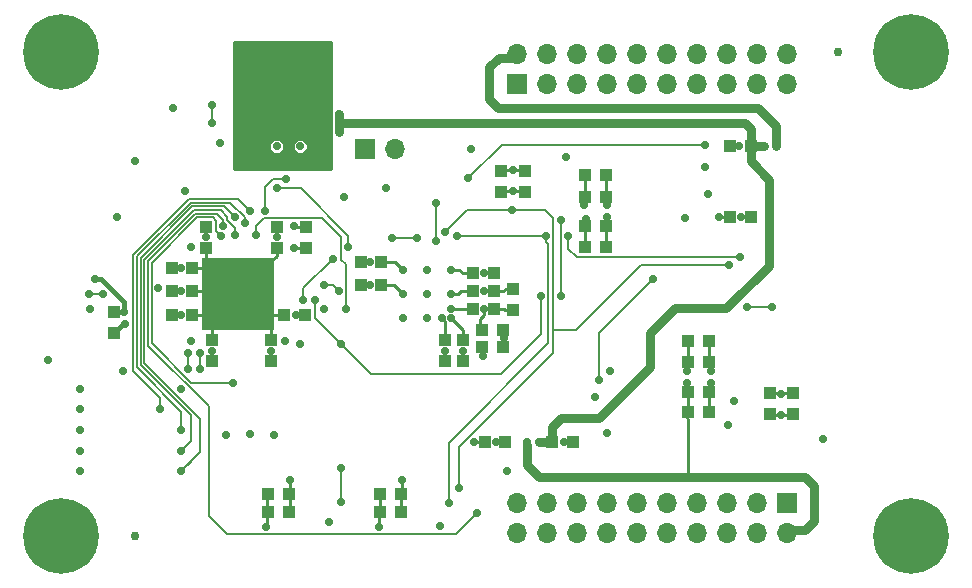
<source format=gbl>
G04 #@! TF.GenerationSoftware,KiCad,Pcbnew,5.0.0-rc3-6a2723a~65~ubuntu18.04.1*
G04 #@! TF.CreationDate,2018-07-21T07:19:33+00:00*
G04 #@! TF.ProjectId,glasgow,676C6173676F772E6B696361645F7063,rev?*
G04 #@! TF.SameCoordinates,Original*
G04 #@! TF.FileFunction,Copper,L4,Bot,Signal*
G04 #@! TF.FilePolarity,Positive*
%FSLAX46Y46*%
G04 Gerber Fmt 4.6, Leading zero omitted, Abs format (unit mm)*
G04 Created by KiCad (PCBNEW 5.0.0-rc3-6a2723a~65~ubuntu18.04.1) date Sat Jul 21 07:19:33 2018*
%MOMM*%
%LPD*%
G01*
G04 APERTURE LIST*
G04 #@! TA.AperFunction,ViaPad*
%ADD10C,0.600000*%
G04 #@! TD*
G04 #@! TA.AperFunction,Conductor*
%ADD11R,6.100000X6.100000*%
G04 #@! TD*
G04 #@! TA.AperFunction,SMDPad,CuDef*
%ADD12R,1.000000X0.995000*%
G04 #@! TD*
G04 #@! TA.AperFunction,BGAPad,CuDef*
%ADD13C,0.750000*%
G04 #@! TD*
G04 #@! TA.AperFunction,ComponentPad*
%ADD14C,0.600000*%
G04 #@! TD*
G04 #@! TA.AperFunction,Conductor*
%ADD15R,2.800000X2.540000*%
G04 #@! TD*
G04 #@! TA.AperFunction,SMDPad,CuDef*
%ADD16R,0.995000X1.000000*%
G04 #@! TD*
G04 #@! TA.AperFunction,ComponentPad*
%ADD17R,1.700000X1.700000*%
G04 #@! TD*
G04 #@! TA.AperFunction,ComponentPad*
%ADD18O,1.700000X1.700000*%
G04 #@! TD*
G04 #@! TA.AperFunction,ComponentPad*
%ADD19C,6.400000*%
G04 #@! TD*
G04 #@! TA.AperFunction,ViaPad*
%ADD20C,0.700000*%
G04 #@! TD*
G04 #@! TA.AperFunction,Conductor*
%ADD21C,0.160000*%
G04 #@! TD*
G04 #@! TA.AperFunction,Conductor*
%ADD22C,0.250000*%
G04 #@! TD*
G04 #@! TA.AperFunction,Conductor*
%ADD23C,0.450000*%
G04 #@! TD*
G04 #@! TA.AperFunction,Conductor*
%ADD24C,0.750000*%
G04 #@! TD*
G04 #@! TA.AperFunction,Conductor*
%ADD25C,0.254000*%
G04 #@! TD*
G04 APERTURE END LIST*
D10*
G04 #@! TO.N,GND*
G04 #@! TO.C,U1*
X69000000Y-95500000D03*
X70270000Y-95500000D03*
X71540000Y-95500000D03*
X67730000Y-95500000D03*
X66460000Y-95500000D03*
X66460000Y-94230000D03*
X67730000Y-94230000D03*
X69000000Y-94230000D03*
X70270000Y-94230000D03*
X71540000Y-94230000D03*
X71540000Y-92960000D03*
X70270000Y-92960000D03*
X69000000Y-92960000D03*
X67730000Y-92960000D03*
X66460000Y-92960000D03*
X66460000Y-96770000D03*
X67730000Y-96770000D03*
X69000000Y-96770000D03*
X70270000Y-96770000D03*
X71540000Y-96770000D03*
X71540000Y-98040000D03*
X70270000Y-98040000D03*
X69000000Y-98040000D03*
X67730000Y-98040000D03*
X66460000Y-98040000D03*
D11*
X69000000Y-95500000D03*
G04 #@! TD*
D12*
G04 #@! TO.P,C8,1*
G04 #@! TO.N,/VUSB*
X58450000Y-97037500D03*
G04 #@! TO.P,C8,2*
G04 #@! TO.N,GND*
X58450000Y-98812500D03*
G04 #@! TD*
D13*
G04 #@! TO.P,FID4,~*
G04 #@! TO.N,N/C*
X119750000Y-75000000D03*
G04 #@! TD*
G04 #@! TO.P,FID1,~*
G04 #@! TO.N,N/C*
X60250000Y-116000000D03*
G04 #@! TD*
D14*
G04 #@! TO.P,U8,9*
G04 #@! TO.N,GND*
X73266581Y-79750000D03*
X72266581Y-79750000D03*
X72266581Y-78750000D03*
X73266581Y-78750000D03*
D15*
G04 #@! TD*
G04 #@! TO.N,GND*
G04 #@! TO.C,U8*
X72766581Y-79250000D03*
D16*
G04 #@! TO.P,C30,1*
G04 #@! TO.N,+3V3*
X100137500Y-89750000D03*
G04 #@! TO.P,C30,2*
G04 #@! TO.N,GND*
X98362500Y-89750000D03*
G04 #@! TD*
D12*
G04 #@! TO.P,R30,1*
G04 #@! TO.N,/VCCPLL*
X92250000Y-96887500D03*
G04 #@! TO.P,R30,2*
G04 #@! TO.N,+1V2*
X92250000Y-95112500D03*
G04 #@! TD*
G04 #@! TO.P,C34,2*
G04 #@! TO.N,GND*
X93250000Y-86887500D03*
G04 #@! TO.P,C34,1*
G04 #@! TO.N,+3V3*
X93250000Y-85112500D03*
G04 #@! TD*
G04 #@! TO.P,C35,1*
G04 #@! TO.N,+3V3*
X91250000Y-85112500D03*
G04 #@! TO.P,C35,2*
G04 #@! TO.N,GND*
X91250000Y-86887500D03*
G04 #@! TD*
D16*
G04 #@! TO.P,C36,2*
G04 #@! TO.N,GND*
X110612500Y-89000000D03*
G04 #@! TO.P,C36,1*
G04 #@! TO.N,+3V3*
X112387500Y-89000000D03*
G04 #@! TD*
G04 #@! TO.P,C38,1*
G04 #@! TO.N,+5V*
X112387500Y-83000000D03*
G04 #@! TO.P,C38,2*
G04 #@! TO.N,GND*
X110612500Y-83000000D03*
G04 #@! TD*
G04 #@! TO.P,C47,2*
G04 #@! TO.N,GND*
X108887500Y-103750000D03*
G04 #@! TO.P,C47,1*
G04 #@! TO.N,/IOBufferB/VIO*
X107112500Y-103750000D03*
G04 #@! TD*
G04 #@! TO.P,C46,1*
G04 #@! TO.N,/IOBufferB/VIO*
X107112500Y-105500000D03*
G04 #@! TO.P,C46,2*
G04 #@! TO.N,GND*
X108887500Y-105500000D03*
G04 #@! TD*
G04 #@! TO.P,C45,1*
G04 #@! TO.N,+5V*
X95612500Y-108000000D03*
G04 #@! TO.P,C45,2*
G04 #@! TO.N,GND*
X97387500Y-108000000D03*
G04 #@! TD*
G04 #@! TO.P,C43,1*
G04 #@! TO.N,+3V3*
X91637500Y-108000000D03*
G04 #@! TO.P,C43,2*
G04 #@! TO.N,GND*
X89862500Y-108000000D03*
G04 #@! TD*
D12*
G04 #@! TO.P,C42,1*
G04 #@! TO.N,+3V3*
X116000000Y-105637500D03*
G04 #@! TO.P,C42,2*
G04 #@! TO.N,GND*
X116000000Y-103862500D03*
G04 #@! TD*
G04 #@! TO.P,C41,2*
G04 #@! TO.N,GND*
X114000000Y-103862500D03*
G04 #@! TO.P,C41,1*
G04 #@! TO.N,+3V3*
X114000000Y-105637500D03*
G04 #@! TD*
D16*
G04 #@! TO.P,C40,1*
G04 #@! TO.N,/IOBufferA/VIO*
X100137500Y-87250000D03*
G04 #@! TO.P,C40,2*
G04 #@! TO.N,GND*
X98362500Y-87250000D03*
G04 #@! TD*
G04 #@! TO.P,C39,1*
G04 #@! TO.N,/IOBufferA/VIO*
X100137500Y-85450000D03*
G04 #@! TO.P,C39,2*
G04 #@! TO.N,GND*
X98362500Y-85450000D03*
G04 #@! TD*
G04 #@! TO.P,C33,1*
G04 #@! TO.N,/VCCPLL*
X89612500Y-98500000D03*
G04 #@! TO.P,C33,2*
G04 #@! TO.N,GND*
X91387500Y-98500000D03*
G04 #@! TD*
G04 #@! TO.P,C31,2*
G04 #@! TO.N,GND*
X108887500Y-101250000D03*
G04 #@! TO.P,C31,1*
G04 #@! TO.N,+3V3*
X107112500Y-101250000D03*
G04 #@! TD*
G04 #@! TO.P,C32,1*
G04 #@! TO.N,+3V3*
X107112500Y-99500000D03*
G04 #@! TO.P,C32,2*
G04 #@! TO.N,GND*
X108887500Y-99500000D03*
G04 #@! TD*
G04 #@! TO.P,C29,2*
G04 #@! TO.N,GND*
X98362500Y-91500000D03*
G04 #@! TO.P,C29,1*
G04 #@! TO.N,+3V3*
X100137500Y-91500000D03*
G04 #@! TD*
D17*
G04 #@! TO.P,J4,1*
G04 #@! TO.N,GND*
X79750000Y-83250000D03*
D18*
G04 #@! TO.P,J4,2*
G04 #@! TO.N,/~SYNC*
X82290000Y-83250000D03*
G04 #@! TD*
D16*
G04 #@! TO.P,C22,1*
G04 #@! TO.N,+3V3*
X79362500Y-92750000D03*
G04 #@! TO.P,C22,2*
G04 #@! TO.N,GND*
X81137500Y-92750000D03*
G04 #@! TD*
G04 #@! TO.P,C25,2*
G04 #@! TO.N,GND*
X81137500Y-94750000D03*
G04 #@! TO.P,C25,1*
G04 #@! TO.N,+1V2*
X79362500Y-94750000D03*
G04 #@! TD*
G04 #@! TO.P,C24,1*
G04 #@! TO.N,+1V2*
X90637500Y-95250000D03*
G04 #@! TO.P,C24,2*
G04 #@! TO.N,GND*
X88862500Y-95250000D03*
G04 #@! TD*
G04 #@! TO.P,C23,2*
G04 #@! TO.N,GND*
X88862500Y-93750000D03*
G04 #@! TO.P,C23,1*
G04 #@! TO.N,+3V3*
X90637500Y-93750000D03*
G04 #@! TD*
G04 #@! TO.P,C19,1*
G04 #@! TO.N,+3V3*
X89612500Y-100000000D03*
G04 #@! TO.P,C19,2*
G04 #@! TO.N,GND*
X91387500Y-100000000D03*
G04 #@! TD*
D12*
G04 #@! TO.P,C20,2*
G04 #@! TO.N,GND*
X88000000Y-99362500D03*
G04 #@! TO.P,C20,1*
G04 #@! TO.N,+3V3*
X88000000Y-101137500D03*
G04 #@! TD*
G04 #@! TO.P,C21,1*
G04 #@! TO.N,+3V3*
X86500000Y-101137500D03*
G04 #@! TO.P,C21,2*
G04 #@! TO.N,GND*
X86500000Y-99362500D03*
G04 #@! TD*
D18*
G04 #@! TO.P,J2,20*
G04 #@! TO.N,GND*
X115430000Y-75190000D03*
G04 #@! TO.P,J2,19*
G04 #@! TO.N,Net-(J2-Pad19)*
X115430000Y-77730000D03*
G04 #@! TO.P,J2,18*
G04 #@! TO.N,GND*
X112890000Y-75190000D03*
G04 #@! TO.P,J2,17*
G04 #@! TO.N,/IOBufferA/Z7*
X112890000Y-77730000D03*
G04 #@! TO.P,J2,16*
G04 #@! TO.N,GND*
X110350000Y-75190000D03*
G04 #@! TO.P,J2,15*
G04 #@! TO.N,/IOBufferA/Z6*
X110350000Y-77730000D03*
G04 #@! TO.P,J2,14*
G04 #@! TO.N,GND*
X107810000Y-75190000D03*
G04 #@! TO.P,J2,13*
G04 #@! TO.N,/IOBufferA/Z5*
X107810000Y-77730000D03*
G04 #@! TO.P,J2,12*
G04 #@! TO.N,GND*
X105270000Y-75190000D03*
G04 #@! TO.P,J2,11*
G04 #@! TO.N,/IOBufferA/Z4*
X105270000Y-77730000D03*
G04 #@! TO.P,J2,10*
G04 #@! TO.N,GND*
X102730000Y-75190000D03*
G04 #@! TO.P,J2,9*
G04 #@! TO.N,/IOBufferA/Z3*
X102730000Y-77730000D03*
G04 #@! TO.P,J2,8*
G04 #@! TO.N,GND*
X100190000Y-75190000D03*
G04 #@! TO.P,J2,7*
G04 #@! TO.N,/IOBufferA/Z2*
X100190000Y-77730000D03*
G04 #@! TO.P,J2,6*
G04 #@! TO.N,GND*
X97650000Y-75190000D03*
G04 #@! TO.P,J2,5*
G04 #@! TO.N,/IOBufferA/Z1*
X97650000Y-77730000D03*
G04 #@! TO.P,J2,4*
G04 #@! TO.N,GND*
X95110000Y-75190000D03*
G04 #@! TO.P,J2,3*
G04 #@! TO.N,/IOBufferA/Z0*
X95110000Y-77730000D03*
G04 #@! TO.P,J2,2*
G04 #@! TO.N,/IOBufferA/VIO*
X92570000Y-75190000D03*
D17*
G04 #@! TO.P,J2,1*
G04 #@! TO.N,/IOBufferA/VSENSE*
X92570000Y-77730000D03*
G04 #@! TD*
G04 #@! TO.P,J3,1*
G04 #@! TO.N,/IOBufferB/VSENSE*
X115430000Y-113190000D03*
D18*
G04 #@! TO.P,J3,2*
G04 #@! TO.N,/IOBufferB/VIO*
X115430000Y-115730000D03*
G04 #@! TO.P,J3,3*
G04 #@! TO.N,/IOBufferB/Z0*
X112890000Y-113190000D03*
G04 #@! TO.P,J3,4*
G04 #@! TO.N,GND*
X112890000Y-115730000D03*
G04 #@! TO.P,J3,5*
G04 #@! TO.N,/IOBufferB/Z1*
X110350000Y-113190000D03*
G04 #@! TO.P,J3,6*
G04 #@! TO.N,GND*
X110350000Y-115730000D03*
G04 #@! TO.P,J3,7*
G04 #@! TO.N,/IOBufferB/Z2*
X107810000Y-113190000D03*
G04 #@! TO.P,J3,8*
G04 #@! TO.N,GND*
X107810000Y-115730000D03*
G04 #@! TO.P,J3,9*
G04 #@! TO.N,/IOBufferB/Z3*
X105270000Y-113190000D03*
G04 #@! TO.P,J3,10*
G04 #@! TO.N,GND*
X105270000Y-115730000D03*
G04 #@! TO.P,J3,11*
G04 #@! TO.N,/IOBufferB/Z4*
X102730000Y-113190000D03*
G04 #@! TO.P,J3,12*
G04 #@! TO.N,GND*
X102730000Y-115730000D03*
G04 #@! TO.P,J3,13*
G04 #@! TO.N,/IOBufferB/Z5*
X100190000Y-113190000D03*
G04 #@! TO.P,J3,14*
G04 #@! TO.N,GND*
X100190000Y-115730000D03*
G04 #@! TO.P,J3,15*
G04 #@! TO.N,/IOBufferB/Z6*
X97650000Y-113190000D03*
G04 #@! TO.P,J3,16*
G04 #@! TO.N,GND*
X97650000Y-115730000D03*
G04 #@! TO.P,J3,17*
G04 #@! TO.N,/IOBufferB/Z7*
X95110000Y-113190000D03*
G04 #@! TO.P,J3,18*
G04 #@! TO.N,GND*
X95110000Y-115730000D03*
G04 #@! TO.P,J3,19*
G04 #@! TO.N,Net-(J3-Pad19)*
X92570000Y-113190000D03*
G04 #@! TO.P,J3,20*
G04 #@! TO.N,GND*
X92570000Y-115730000D03*
G04 #@! TD*
D16*
G04 #@! TO.P,C16,2*
G04 #@! TO.N,GND*
X82787500Y-112450000D03*
G04 #@! TO.P,C16,1*
G04 #@! TO.N,+3V3*
X81012500Y-112450000D03*
G04 #@! TD*
G04 #@! TO.P,C18,1*
G04 #@! TO.N,/VCCPLL*
X90637500Y-96750000D03*
G04 #@! TO.P,C18,2*
G04 #@! TO.N,GND*
X88862500Y-96750000D03*
G04 #@! TD*
G04 #@! TO.P,C17,2*
G04 #@! TO.N,GND*
X82787500Y-113950000D03*
G04 #@! TO.P,C17,1*
G04 #@! TO.N,+3V3*
X81012500Y-113950000D03*
G04 #@! TD*
D12*
G04 #@! TO.P,C1,1*
G04 #@! TO.N,+3V3*
X74750000Y-89862500D03*
G04 #@! TO.P,C1,2*
G04 #@! TO.N,GND*
X74750000Y-91637500D03*
G04 #@! TD*
D16*
G04 #@! TO.P,C15,2*
G04 #@! TO.N,GND*
X73287500Y-113950000D03*
G04 #@! TO.P,C15,1*
G04 #@! TO.N,+3V3*
X71512500Y-113950000D03*
G04 #@! TD*
G04 #@! TO.P,C14,1*
G04 #@! TO.N,+3V3*
X71512500Y-112450000D03*
G04 #@! TO.P,C14,2*
G04 #@! TO.N,GND*
X73287500Y-112450000D03*
G04 #@! TD*
D12*
G04 #@! TO.P,C10,1*
G04 #@! TO.N,+3V3*
X71750000Y-101137500D03*
G04 #@! TO.P,C10,2*
G04 #@! TO.N,GND*
X71750000Y-99362500D03*
G04 #@! TD*
G04 #@! TO.P,C9,2*
G04 #@! TO.N,GND*
X66250000Y-91637500D03*
G04 #@! TO.P,C9,1*
G04 #@! TO.N,+3V3*
X66250000Y-89862500D03*
G04 #@! TD*
G04 #@! TO.P,C7,2*
G04 #@! TO.N,GND*
X72250000Y-91637500D03*
G04 #@! TO.P,C7,1*
G04 #@! TO.N,+3V3*
X72250000Y-89862500D03*
G04 #@! TD*
D16*
G04 #@! TO.P,C6,1*
G04 #@! TO.N,+3V3*
X74637500Y-97250000D03*
G04 #@! TO.P,C6,2*
G04 #@! TO.N,GND*
X72862500Y-97250000D03*
G04 #@! TD*
G04 #@! TO.P,C5,2*
G04 #@! TO.N,GND*
X65137500Y-93250000D03*
G04 #@! TO.P,C5,1*
G04 #@! TO.N,+3V3*
X63362500Y-93250000D03*
G04 #@! TD*
G04 #@! TO.P,C4,1*
G04 #@! TO.N,+3V3*
X63362500Y-95250000D03*
G04 #@! TO.P,C4,2*
G04 #@! TO.N,GND*
X65137500Y-95250000D03*
G04 #@! TD*
G04 #@! TO.P,C3,2*
G04 #@! TO.N,GND*
X65137500Y-97250000D03*
G04 #@! TO.P,C3,1*
G04 #@! TO.N,+3V3*
X63362500Y-97250000D03*
G04 #@! TD*
D12*
G04 #@! TO.P,C2,1*
G04 #@! TO.N,+3V3*
X66750000Y-101137500D03*
G04 #@! TO.P,C2,2*
G04 #@! TO.N,GND*
X66750000Y-99362500D03*
G04 #@! TD*
D19*
G04 #@! TO.P,MK1,1*
G04 #@! TO.N,GND*
X54000000Y-116000000D03*
G04 #@! TD*
G04 #@! TO.P,MK2,1*
G04 #@! TO.N,GND*
X54000000Y-75000000D03*
G04 #@! TD*
G04 #@! TO.P,MK3,1*
G04 #@! TO.N,GND*
X126000000Y-75000000D03*
G04 #@! TD*
G04 #@! TO.P,MK4,1*
G04 #@! TO.N,GND*
X126000000Y-116000000D03*
G04 #@! TD*
D20*
G04 #@! TO.N,/SDA*
X86500000Y-90250000D03*
X65750000Y-100500000D03*
X65750000Y-101830010D03*
X87700000Y-111950000D03*
X92200000Y-88350000D03*
X110550000Y-93000002D03*
X112050000Y-96600000D03*
X114200000Y-96600000D03*
G04 #@! TO.N,+3V3*
X64189870Y-103510130D03*
X72000000Y-107412500D03*
X68000000Y-107400000D03*
X70000000Y-107387500D03*
X72250000Y-90639998D03*
X64500000Y-86750000D03*
X74250000Y-83000000D03*
X74250000Y-99750000D03*
X90860002Y-108000000D03*
X115000000Y-105750000D03*
X107000000Y-102000000D03*
X111610002Y-89000000D03*
X100250000Y-89000000D03*
X92250000Y-85000000D03*
X89750000Y-100750000D03*
X71796041Y-100360012D03*
X81500000Y-86500000D03*
X67500000Y-82750000D03*
X66250000Y-90639998D03*
X64139998Y-93250000D03*
X64139998Y-95250000D03*
X64139998Y-97250000D03*
X66750000Y-100360002D03*
X73860002Y-97250000D03*
X73750000Y-89750000D03*
X80139998Y-92750000D03*
X89860002Y-93750000D03*
X88000000Y-100360002D03*
X86500000Y-100360002D03*
X80900000Y-115200000D03*
X71400000Y-115200000D03*
X76700000Y-114800000D03*
X86055000Y-115105000D03*
G04 #@! TO.N,GND*
X59450000Y-98000000D03*
X59250000Y-102000000D03*
X100500000Y-102000000D03*
X52862500Y-101112500D03*
X71000000Y-75000000D03*
X56500000Y-96800000D03*
X100250000Y-107250000D03*
X108500000Y-84750000D03*
X88750000Y-83250002D03*
X91750000Y-110500000D03*
X89000000Y-108000000D03*
X76000000Y-83000000D03*
X70500000Y-83000000D03*
X76250000Y-96750000D03*
X96610002Y-108000000D03*
X99250000Y-104250000D03*
X118500000Y-107750000D03*
X110964870Y-104535130D03*
X115000000Y-104000000D03*
X110500000Y-106610002D03*
X109000000Y-102000000D03*
X109000000Y-103000000D03*
X108750000Y-87000000D03*
X96750000Y-83889998D03*
X111389998Y-83000000D03*
X109750000Y-89000000D03*
X98250000Y-88000000D03*
X92250000Y-86750000D03*
X91500000Y-99250000D03*
X55650000Y-110500000D03*
X55650000Y-108750000D03*
X55650000Y-107000002D03*
X55650000Y-105250002D03*
X55650000Y-103500002D03*
X60250000Y-84250000D03*
X63500000Y-79750000D03*
X87050002Y-96750000D03*
X86250000Y-97550002D03*
X87050000Y-97550000D03*
X87060000Y-95500000D03*
X85000000Y-97560000D03*
X82940000Y-97560000D03*
X85000000Y-95500000D03*
X82940000Y-95500000D03*
X87060000Y-93440000D03*
X85000000Y-93440000D03*
X82940000Y-93440000D03*
X82900000Y-111200000D03*
X73400000Y-111200000D03*
X58750000Y-89000000D03*
X62250000Y-95000000D03*
X65000000Y-99500000D03*
X65000000Y-91500000D03*
X73000000Y-99500000D03*
X106800000Y-89100000D03*
X98473822Y-89101737D03*
X73749998Y-91640000D03*
G04 #@! TO.N,/SCL*
X77750000Y-110250000D03*
X77734999Y-113095001D03*
X64750000Y-100500000D03*
X64750000Y-101830010D03*
X86850000Y-113200000D03*
X87500000Y-90600000D03*
X95069990Y-90599996D03*
X96950000Y-90600000D03*
X111500000Y-92400004D03*
G04 #@! TO.N,+5V*
X94500000Y-108000000D03*
X77500000Y-81750000D03*
X77500000Y-80250000D03*
X77500000Y-81000000D03*
X113500000Y-83000000D03*
G04 #@! TO.N,/~CY_RESET*
X78330010Y-91490604D03*
X72260246Y-86549950D03*
G04 #@! TO.N,/USB_P*
X57592402Y-95500000D03*
X56392402Y-95500000D03*
G04 #@! TO.N,/FPGA_DONE*
X77500000Y-95250000D03*
X76250000Y-94750000D03*
G04 #@! TO.N,/~FPGA_RESET*
X70530055Y-90500000D03*
X78110002Y-96750000D03*
G04 #@! TO.N,/VCCPLL*
X89860002Y-96750000D03*
G04 #@! TO.N,+1V2*
X78000000Y-87250000D03*
X72250000Y-83000000D03*
X80139998Y-94750000D03*
X89860044Y-95250000D03*
G04 #@! TO.N,/3V3EN*
X66750000Y-81000000D03*
X66750000Y-79500000D03*
G04 #@! TO.N,/FLAGD*
X74500000Y-96000016D03*
X77000000Y-92500000D03*
G04 #@! TO.N,/VUSB*
X59375000Y-97050000D03*
X56859000Y-94200000D03*
G04 #@! TO.N,/~SYNC*
X85749993Y-91000007D03*
X85750000Y-87750000D03*
G04 #@! TO.N,/LED_CY*
X62410002Y-105250000D03*
X70000000Y-88500000D03*
G04 #@! TO.N,/LED_ERR*
X64200000Y-110500000D03*
X68750000Y-90500000D03*
G04 #@! TO.N,/LED_ACT*
X64200000Y-108750000D03*
X68750000Y-89000000D03*
G04 #@! TO.N,/LED_FPGA*
X64200000Y-107000000D03*
X69542346Y-89467060D03*
G04 #@! TO.N,/~OEQ*
X68600000Y-103000000D03*
X104150000Y-94200000D03*
X99550000Y-102750000D03*
X67589989Y-90597772D03*
G04 #@! TO.N,/~ALERT*
X75500000Y-96000000D03*
X77750000Y-99750000D03*
X94649996Y-95650000D03*
X96300002Y-95650000D03*
X96300000Y-89200000D03*
G04 #@! TO.N,/CLKREF*
X84178928Y-90750000D03*
X82000000Y-90750000D03*
G04 #@! TO.N,/IOBufferA/VIO*
X95750000Y-79750000D03*
X100250000Y-88000000D03*
X114500000Y-83000000D03*
G04 #@! TO.N,/IOBufferB/VIO*
X107000000Y-103000000D03*
X93500000Y-108000000D03*
G04 #@! TO.N,/ENVB*
X89250000Y-114000000D03*
X67750000Y-89750000D03*
G04 #@! TO.N,/ENVA*
X88500000Y-85700000D03*
X71250000Y-88500000D03*
X108500000Y-82889998D03*
X73050000Y-85750000D03*
G04 #@! TD*
D21*
G04 #@! TO.N,/SDA*
X86500000Y-90250000D02*
X87000000Y-89750000D01*
X65750000Y-100500000D02*
X65750000Y-101830010D01*
X87700000Y-111950000D02*
X87700000Y-108441598D01*
X91705026Y-88350000D02*
X92200000Y-88350000D01*
X88400000Y-88350000D02*
X91705026Y-88350000D01*
X86500000Y-90250000D02*
X88400000Y-88350000D01*
X103141596Y-93000002D02*
X110055026Y-93000002D01*
X110055026Y-93000002D02*
X110550000Y-93000002D01*
X92694974Y-88350000D02*
X92200000Y-88350000D01*
X94950000Y-88350000D02*
X92694974Y-88350000D01*
X95650000Y-89050000D02*
X94950000Y-88350000D01*
X97641598Y-98500000D02*
X98141598Y-98000000D01*
X95650000Y-98500000D02*
X97641598Y-98500000D01*
X98141598Y-98000000D02*
X103141596Y-93000002D01*
X95650000Y-98500000D02*
X95650000Y-89050000D01*
X95650000Y-100491598D02*
X95650000Y-98500000D01*
X87700000Y-108441598D02*
X95650000Y-100491598D01*
X112050000Y-96600000D02*
X114200000Y-96600000D01*
D22*
G04 #@! TO.N,+3V3*
X72250000Y-90639998D02*
X72250000Y-89862500D01*
X107112500Y-99500000D02*
X107112500Y-101250000D01*
X91637500Y-108000000D02*
X90860002Y-108000000D01*
X115000000Y-105750000D02*
X114112500Y-105750000D01*
X114112500Y-105750000D02*
X114000000Y-105637500D01*
X115000000Y-105750000D02*
X115887500Y-105750000D01*
X115887500Y-105750000D02*
X116000000Y-105637500D01*
X111610002Y-89000000D02*
X112387500Y-89000000D01*
X100250000Y-89000000D02*
X100250000Y-89637500D01*
X100250000Y-89637500D02*
X100137500Y-89750000D01*
X100137500Y-91500000D02*
X100137500Y-89750000D01*
X92250000Y-85000000D02*
X91362500Y-85000000D01*
X91362500Y-85000000D02*
X91250000Y-85112500D01*
X92250000Y-85000000D02*
X93137500Y-85000000D01*
X93137500Y-85000000D02*
X93250000Y-85112500D01*
X89612500Y-100612500D02*
X89750000Y-100750000D01*
X89612500Y-100000000D02*
X89612500Y-100612500D01*
X71750000Y-100390000D02*
X71779988Y-100360012D01*
X71750000Y-101137500D02*
X71750000Y-100390000D01*
X71779988Y-100360012D02*
X71796041Y-100360012D01*
X66250000Y-90639998D02*
X66250000Y-89862500D01*
X64139998Y-93250000D02*
X63362500Y-93250000D01*
X64139998Y-95250000D02*
X63362500Y-95250000D01*
X64139998Y-97250000D02*
X63362500Y-97250000D01*
X66750000Y-100360002D02*
X66750000Y-101137500D01*
X73860002Y-97250000D02*
X74637500Y-97250000D01*
X73862500Y-89862500D02*
X73750000Y-89750000D01*
X74750000Y-89862500D02*
X73862500Y-89862500D01*
X80139998Y-92750000D02*
X79362500Y-92750000D01*
X89860002Y-93750000D02*
X90637500Y-93750000D01*
X88000000Y-100360002D02*
X88000000Y-101137500D01*
X86500000Y-100360002D02*
X86500000Y-101137500D01*
X81012500Y-113950000D02*
X81012500Y-112450000D01*
X80937500Y-115162500D02*
X80900000Y-115200000D01*
X80937500Y-113950000D02*
X80937500Y-115162500D01*
X71437500Y-115162500D02*
X71400000Y-115200000D01*
X71437500Y-113950000D02*
X71437500Y-115162500D01*
X71437500Y-113950000D02*
X71437500Y-112450000D01*
X107112500Y-101887500D02*
X107000000Y-102000000D01*
X107112500Y-101250000D02*
X107112500Y-101887500D01*
G04 #@! TO.N,GND*
X72250000Y-91637500D02*
X72250000Y-92250000D01*
X72250000Y-92250000D02*
X71540000Y-92960000D01*
X89862500Y-108000000D02*
X89000000Y-108000000D01*
X97387500Y-108000000D02*
X96610002Y-108000000D01*
X116000000Y-103862500D02*
X115137500Y-103862500D01*
X115137500Y-103862500D02*
X115000000Y-104000000D01*
X114862500Y-103862500D02*
X115000000Y-104000000D01*
X114000000Y-103862500D02*
X114862500Y-103862500D01*
X108887500Y-103750000D02*
X108887500Y-105500000D01*
X108887500Y-101887500D02*
X109000000Y-102000000D01*
X108887500Y-101250000D02*
X108887500Y-101887500D01*
X108887500Y-103112500D02*
X109000000Y-103000000D01*
X108887500Y-103750000D02*
X108887500Y-103112500D01*
X108887500Y-99500000D02*
X108887500Y-101250000D01*
X71750000Y-92750000D02*
X71540000Y-92960000D01*
X110612500Y-83000000D02*
X111389998Y-83000000D01*
X110612500Y-89000000D02*
X109750000Y-89000000D01*
X98362500Y-87887500D02*
X98250000Y-88000000D01*
X98362500Y-87250000D02*
X98362500Y-87887500D01*
X98362500Y-91500000D02*
X98362500Y-89750000D01*
X98362500Y-85500000D02*
X98362500Y-87250000D01*
X92250000Y-86750000D02*
X91387500Y-86750000D01*
X91387500Y-86750000D02*
X91250000Y-86887500D01*
X92250000Y-86750000D02*
X93112500Y-86750000D01*
X93112500Y-86750000D02*
X93250000Y-86887500D01*
X66250000Y-91637500D02*
X66250000Y-92500000D01*
X65137500Y-93250000D02*
X66000000Y-93250000D01*
X65137500Y-95250000D02*
X66000000Y-95250000D01*
X65137500Y-97250000D02*
X66000000Y-97250000D01*
X66750000Y-99362500D02*
X66750000Y-98500000D01*
X71750000Y-99362500D02*
X71750000Y-98500000D01*
X72862500Y-97250000D02*
X72000000Y-97250000D01*
X91387500Y-100000000D02*
X91387500Y-99362500D01*
X91387500Y-99362500D02*
X91500000Y-99250000D01*
X91387500Y-99137500D02*
X91500000Y-99250000D01*
X91387500Y-98500000D02*
X91387500Y-99137500D01*
X81137500Y-94750000D02*
X82190000Y-94750000D01*
X82190000Y-94750000D02*
X82940000Y-95500000D01*
X88862500Y-96750000D02*
X87050000Y-96750000D01*
X87050000Y-96750000D02*
X87050002Y-96750000D01*
X86500000Y-99362500D02*
X86500000Y-97800002D01*
X86500000Y-97800002D02*
X86250000Y-97550002D01*
X88000000Y-99112500D02*
X88000000Y-98500000D01*
X87997500Y-99112500D02*
X88000000Y-99112500D01*
X88000000Y-98500000D02*
X87050000Y-97550000D01*
X81137500Y-92750000D02*
X82250000Y-92750000D01*
X82250000Y-92750000D02*
X82940000Y-93440000D01*
X88000000Y-93750000D02*
X87690000Y-93440000D01*
X88862500Y-93750000D02*
X88000000Y-93750000D01*
X87690000Y-93440000D02*
X87060000Y-93440000D01*
X87900000Y-95250000D02*
X87650000Y-95500000D01*
X87650000Y-95500000D02*
X87060000Y-95500000D01*
X88862500Y-95250000D02*
X87900000Y-95250000D01*
X82787500Y-113950000D02*
X82787500Y-112450000D01*
X82862500Y-111237500D02*
X82900000Y-111200000D01*
X82862500Y-112450000D02*
X82862500Y-111237500D01*
X73362500Y-111237500D02*
X73400000Y-111200000D01*
X73362500Y-112450000D02*
X73362500Y-111237500D01*
X73362500Y-113950000D02*
X73362500Y-112450000D01*
D23*
X59262500Y-98000000D02*
X58450000Y-98812500D01*
X59450000Y-98000000D02*
X59262500Y-98000000D01*
D22*
X98473822Y-89596711D02*
X98473822Y-89101737D01*
X98473822Y-89638678D02*
X98473822Y-89596711D01*
X98362500Y-89750000D02*
X98473822Y-89638678D01*
X73752498Y-91637500D02*
X73749998Y-91640000D01*
X74750000Y-91637500D02*
X73752498Y-91637500D01*
D21*
G04 #@! TO.N,/SCL*
X64750000Y-100500000D02*
X64750000Y-101830010D01*
X77734999Y-113095001D02*
X77734999Y-110234993D01*
X95269990Y-99680010D02*
X95269990Y-91294970D01*
X87500000Y-90600000D02*
X95069986Y-90600000D01*
X86850000Y-113200000D02*
X86850000Y-108100000D01*
X95269990Y-91294970D02*
X95069990Y-91094970D01*
X95069990Y-91094970D02*
X95069990Y-90599996D01*
X86850000Y-108100000D02*
X95269990Y-99680010D01*
X95069986Y-90600000D02*
X95069990Y-90599996D01*
X96950000Y-90600000D02*
X96950000Y-91700000D01*
X96950000Y-91700000D02*
X97650004Y-92400004D01*
X97650004Y-92400004D02*
X110241594Y-92400004D01*
X110241594Y-92400004D02*
X111500000Y-92400004D01*
D24*
G04 #@! TO.N,+5V*
X112387500Y-81500000D02*
X111887500Y-81000000D01*
X112387500Y-83000000D02*
X112387500Y-81500000D01*
X111887500Y-81000000D02*
X77994974Y-81000000D01*
X77994974Y-81000000D02*
X77500000Y-81000000D01*
X95612500Y-108000000D02*
X94500000Y-108000000D01*
X77500000Y-81000000D02*
X77500000Y-81750000D01*
X77500000Y-81000000D02*
X77500000Y-80250000D01*
X112387500Y-83000000D02*
X113500000Y-83000000D01*
X96362500Y-106000000D02*
X95612500Y-106750000D01*
X99550000Y-106000000D02*
X96362500Y-106000000D01*
X103850000Y-101700000D02*
X99550000Y-106000000D01*
X103850000Y-98800000D02*
X103850000Y-101700000D01*
X112387500Y-84250000D02*
X113950000Y-85812500D01*
X112387500Y-83000000D02*
X112387500Y-84250000D01*
X95612500Y-106750000D02*
X95612500Y-108000000D01*
X113950000Y-85812500D02*
X113950000Y-93095000D01*
X113950000Y-93095000D02*
X110345000Y-96700000D01*
X110345000Y-96700000D02*
X105950000Y-96700000D01*
X105950000Y-96700000D02*
X103850000Y-98800000D01*
D21*
G04 #@! TO.N,/~CY_RESET*
X74299950Y-86549950D02*
X72755220Y-86549950D01*
X72755220Y-86549950D02*
X72260246Y-86549950D01*
X78330010Y-90580010D02*
X74299950Y-86549950D01*
X78330010Y-91490604D02*
X78330010Y-90580010D01*
G04 #@! TO.N,/USB_P*
X56392402Y-95500000D02*
X56887376Y-95500000D01*
X56887376Y-95500000D02*
X57592402Y-95500000D01*
G04 #@! TO.N,/FPGA_DONE*
X76250000Y-94750000D02*
X77000000Y-94750000D01*
X77000000Y-94750000D02*
X77500000Y-95250000D01*
G04 #@! TO.N,/~FPGA_RESET*
X78110002Y-96750000D02*
X78110002Y-92968406D01*
X78110002Y-92968406D02*
X77750000Y-92608404D01*
X76129003Y-89080001D02*
X77750000Y-90700998D01*
X71205202Y-89080001D02*
X76129003Y-89080001D01*
X77750000Y-90700998D02*
X77750000Y-92608404D01*
X70530055Y-89755148D02*
X71205202Y-89080001D01*
X70530055Y-90500000D02*
X70530055Y-89755148D01*
D22*
G04 #@! TO.N,/VCCPLL*
X91637500Y-96887500D02*
X91500000Y-96750000D01*
X91500000Y-96750000D02*
X90637500Y-96750000D01*
X92250000Y-96887500D02*
X91637500Y-96887500D01*
X89500000Y-97604976D02*
X89500000Y-98137500D01*
X89500000Y-98137500D02*
X89612500Y-98250000D01*
X89860002Y-96750000D02*
X89860002Y-97244974D01*
X89860002Y-97244974D02*
X89500000Y-97604976D01*
X89860002Y-96750000D02*
X90637500Y-96750000D01*
G04 #@! TO.N,+1V2*
X91637500Y-95112500D02*
X91500000Y-95250000D01*
X91500000Y-95250000D02*
X90637500Y-95250000D01*
X92250000Y-95112500D02*
X91637500Y-95112500D01*
X80139998Y-94750000D02*
X79362500Y-94750000D01*
X90637500Y-95250000D02*
X89860044Y-95250000D01*
D21*
G04 #@! TO.N,/3V3EN*
X66750000Y-79500000D02*
X66750000Y-81000000D01*
G04 #@! TO.N,/FLAGD*
X74500000Y-95000000D02*
X74500000Y-95505042D01*
X77000000Y-92500000D02*
X74500000Y-95000000D01*
X74500000Y-95505042D02*
X74500000Y-96000016D01*
D23*
G04 #@! TO.N,/VUSB*
X57703973Y-94549999D02*
X57715403Y-94549999D01*
X57353974Y-94200000D02*
X57703973Y-94549999D01*
X56859000Y-94200000D02*
X57353974Y-94200000D01*
X59375000Y-96209596D02*
X58665404Y-95500000D01*
X59375000Y-97050000D02*
X59375000Y-96209596D01*
X57715403Y-94549999D02*
X58665404Y-95500000D01*
X59362500Y-97037500D02*
X59375000Y-97050000D01*
X58450000Y-97037500D02*
X59362500Y-97037500D01*
D21*
G04 #@! TO.N,/~SYNC*
X85749993Y-91000007D02*
X85749993Y-87750007D01*
X85749993Y-87750007D02*
X85750000Y-87750000D01*
G04 #@! TO.N,/LED_CY*
X60119944Y-102000000D02*
X62410002Y-104290058D01*
X62410002Y-104290058D02*
X62410002Y-105250000D01*
X62410002Y-105250000D02*
X62250000Y-105089998D01*
X60119944Y-96670451D02*
X60119944Y-102000000D01*
X60119944Y-92187951D02*
X64857950Y-87449945D01*
X69500000Y-88000000D02*
X70000000Y-88500000D01*
X64857950Y-87449945D02*
X68949945Y-87449945D01*
X68949945Y-87449945D02*
X69500000Y-88000000D01*
X60119946Y-96670453D02*
X60119944Y-96670451D01*
X60119944Y-96670451D02*
X60119944Y-92187951D01*
G04 #@! TO.N,/LED_ERR*
X65800000Y-108900000D02*
X65800000Y-106050000D01*
X65800000Y-106050000D02*
X61049977Y-101299977D01*
X64200000Y-110500000D02*
X65800000Y-108900000D01*
X61049977Y-101299977D02*
X61049977Y-96200000D01*
X61049977Y-92573181D02*
X65243180Y-88379978D01*
X68089985Y-89231583D02*
X68750000Y-89891598D01*
X68089985Y-88942513D02*
X68089985Y-89231583D01*
X67527450Y-88379978D02*
X68089985Y-88942513D01*
X68750000Y-89891598D02*
X68750000Y-90005026D01*
X68750000Y-90005026D02*
X68750000Y-90500000D01*
X65243180Y-88379978D02*
X67527450Y-88379978D01*
X61049977Y-96285221D02*
X61049977Y-96200000D01*
X61049977Y-96200000D02*
X61049977Y-92573181D01*
X65000000Y-109700000D02*
X64200000Y-110500000D01*
X65090011Y-109609989D02*
X65000000Y-109700000D01*
G04 #@! TO.N,/LED_ACT*
X65000000Y-107950000D02*
X65000000Y-105750000D01*
X64200000Y-108750000D02*
X65000000Y-107950000D01*
X65000000Y-105750000D02*
X60739966Y-101489966D01*
X60739966Y-101489966D02*
X60739966Y-100000000D01*
X60739966Y-100000000D02*
X60739966Y-96050000D01*
X67819967Y-88069967D02*
X68400001Y-88650001D01*
X68400001Y-88650001D02*
X68750000Y-89000000D01*
X65114770Y-88069967D02*
X67819967Y-88069967D01*
X60739966Y-92444771D02*
X65114770Y-88069967D01*
X60739966Y-96050000D02*
X60739966Y-92444771D01*
X60739966Y-96413631D02*
X60739966Y-96050000D01*
X64549999Y-108400001D02*
X64200000Y-108750000D01*
X64780001Y-108169999D02*
X64549999Y-108400001D01*
G04 #@! TO.N,/LED_FPGA*
X60429957Y-92316360D02*
X60429957Y-101679957D01*
X64986360Y-87759957D02*
X60429957Y-92316360D01*
X60429957Y-101679957D02*
X64200000Y-105450000D01*
X64200000Y-105450000D02*
X64200000Y-107000000D01*
X69542346Y-88972086D02*
X69542346Y-89467060D01*
X68330216Y-87759956D02*
X69542346Y-88972086D01*
X60429955Y-92316361D02*
X64986360Y-87759956D01*
X64986360Y-87759956D02*
X68330216Y-87759956D01*
X60429955Y-96542041D02*
X60429955Y-92316361D01*
G04 #@! TO.N,/~OEQ*
X99550000Y-98800000D02*
X99550000Y-102750000D01*
X104150000Y-94200000D02*
X99550000Y-98800000D01*
X65000000Y-103000000D02*
X61669999Y-99669999D01*
X61669999Y-99669999D02*
X61669999Y-92830002D01*
X61669999Y-92830002D02*
X65500000Y-89000001D01*
X68600000Y-103000000D02*
X65000000Y-103000000D01*
X67239990Y-90247773D02*
X67589989Y-90597772D01*
X67150001Y-90157784D02*
X67239990Y-90247773D01*
X65500000Y-89000001D02*
X66859980Y-89000001D01*
X67150001Y-89290022D02*
X67150001Y-90157784D01*
X66859980Y-89000001D02*
X67150001Y-89290022D01*
G04 #@! TO.N,/~ALERT*
X77750000Y-99750000D02*
X75500000Y-97500000D01*
X75500000Y-96000000D02*
X75500000Y-97500000D01*
X94649996Y-98850004D02*
X94649996Y-96144974D01*
X94649996Y-96144974D02*
X94649996Y-95650000D01*
X91250000Y-102250000D02*
X94649996Y-98850004D01*
X80250000Y-102250000D02*
X91250000Y-102250000D01*
X77750000Y-99750000D02*
X80250000Y-102250000D01*
X96300002Y-89200002D02*
X96300000Y-89200000D01*
X96300002Y-95650000D02*
X96300002Y-89200002D01*
G04 #@! TO.N,/CLKREF*
X82000000Y-90750000D02*
X84178928Y-90750000D01*
X82500000Y-90750000D02*
X84178928Y-90750000D01*
D24*
G04 #@! TO.N,/IOBufferA/VIO*
X95750000Y-79750000D02*
X91000000Y-79750000D01*
X113000000Y-79750000D02*
X95750000Y-79750000D01*
D22*
X100137500Y-85500000D02*
X100137500Y-87250000D01*
X100250000Y-88000000D02*
X100250000Y-87362500D01*
X100250000Y-87362500D02*
X100137500Y-87250000D01*
D24*
X90250000Y-79000000D02*
X90250000Y-76297919D01*
X91000000Y-79750000D02*
X90250000Y-79000000D01*
X114500000Y-83000000D02*
X114500000Y-81250000D01*
X90250000Y-76297919D02*
X91047919Y-75500000D01*
X91047919Y-75500000D02*
X92250000Y-75500000D01*
X114500000Y-81250000D02*
X113000000Y-79750000D01*
D22*
G04 #@! TO.N,/IOBufferB/VIO*
X107112500Y-104250000D02*
X107112500Y-104887500D01*
D24*
X107250000Y-111000000D02*
X117000000Y-111000000D01*
X94500000Y-111000000D02*
X107250000Y-111000000D01*
D22*
X107112500Y-103750000D02*
X107112500Y-105500000D01*
D24*
X117750000Y-114750000D02*
X117000000Y-115500000D01*
X117750000Y-111750000D02*
X117750000Y-114750000D01*
X117000000Y-111000000D02*
X117750000Y-111750000D01*
X93500000Y-108250000D02*
X93500000Y-110000000D01*
X93500000Y-110000000D02*
X94500000Y-111000000D01*
X117000000Y-115500000D02*
X115430000Y-115500000D01*
D22*
X107112500Y-110862500D02*
X107250000Y-111000000D01*
X107000000Y-106000000D02*
X107112500Y-106112500D01*
X107112500Y-106112500D02*
X107112500Y-110862500D01*
X107112500Y-103750000D02*
X107112500Y-103112500D01*
X107112500Y-103112500D02*
X107000000Y-103000000D01*
X107112500Y-105500000D02*
X107112500Y-103112500D01*
D21*
G04 #@! TO.N,/ENVB*
X66500000Y-114250000D02*
X66500000Y-105000000D01*
X68030001Y-115780001D02*
X66500000Y-114250000D01*
X89250000Y-114000000D02*
X87469999Y-115780001D01*
X87469999Y-115780001D02*
X68030001Y-115780001D01*
X66500000Y-105000000D02*
X61359990Y-99859990D01*
X61359990Y-99859990D02*
X61359990Y-92701590D01*
X61359990Y-92701590D02*
X65371590Y-88689990D01*
X65371590Y-88689990D02*
X66988390Y-88689991D01*
X65371590Y-88689989D02*
X67184963Y-88689989D01*
X61359988Y-92701591D02*
X65371590Y-88689989D01*
X67750000Y-89255026D02*
X67750000Y-89750000D01*
X67184963Y-88689989D02*
X67750000Y-89255026D01*
G04 #@! TO.N,/ENVA*
X91310002Y-82889998D02*
X108500000Y-82889998D01*
X88500000Y-85700000D02*
X91310002Y-82889998D01*
X72555026Y-85750000D02*
X73050000Y-85750000D01*
X71950000Y-85750000D02*
X72555026Y-85750000D01*
X71250000Y-88500000D02*
X71250000Y-86450000D01*
X71250000Y-86450000D02*
X71950000Y-85750000D01*
G04 #@! TD*
D25*
G04 #@! TO.N,GND*
G36*
X76873000Y-80060106D02*
X76848000Y-80185786D01*
X76848000Y-80935786D01*
X76835227Y-81000000D01*
X76848000Y-81064213D01*
X76848000Y-81814214D01*
X76873000Y-81939894D01*
X76873000Y-84873000D01*
X68627000Y-84873000D01*
X68627000Y-82875282D01*
X71623000Y-82875282D01*
X71623000Y-83124718D01*
X71718455Y-83355167D01*
X71894833Y-83531545D01*
X72125282Y-83627000D01*
X72374718Y-83627000D01*
X72605167Y-83531545D01*
X72781545Y-83355167D01*
X72877000Y-83124718D01*
X72877000Y-82875282D01*
X73623000Y-82875282D01*
X73623000Y-83124718D01*
X73718455Y-83355167D01*
X73894833Y-83531545D01*
X74125282Y-83627000D01*
X74374718Y-83627000D01*
X74605167Y-83531545D01*
X74781545Y-83355167D01*
X74877000Y-83124718D01*
X74877000Y-82875282D01*
X74781545Y-82644833D01*
X74605167Y-82468455D01*
X74374718Y-82373000D01*
X74125282Y-82373000D01*
X73894833Y-82468455D01*
X73718455Y-82644833D01*
X73623000Y-82875282D01*
X72877000Y-82875282D01*
X72781545Y-82644833D01*
X72605167Y-82468455D01*
X72374718Y-82373000D01*
X72125282Y-82373000D01*
X71894833Y-82468455D01*
X71718455Y-82644833D01*
X71623000Y-82875282D01*
X68627000Y-82875282D01*
X68627000Y-74127000D01*
X76873000Y-74127000D01*
X76873000Y-80060106D01*
X76873000Y-80060106D01*
G37*
X76873000Y-80060106D02*
X76848000Y-80185786D01*
X76848000Y-80935786D01*
X76835227Y-81000000D01*
X76848000Y-81064213D01*
X76848000Y-81814214D01*
X76873000Y-81939894D01*
X76873000Y-84873000D01*
X68627000Y-84873000D01*
X68627000Y-82875282D01*
X71623000Y-82875282D01*
X71623000Y-83124718D01*
X71718455Y-83355167D01*
X71894833Y-83531545D01*
X72125282Y-83627000D01*
X72374718Y-83627000D01*
X72605167Y-83531545D01*
X72781545Y-83355167D01*
X72877000Y-83124718D01*
X72877000Y-82875282D01*
X73623000Y-82875282D01*
X73623000Y-83124718D01*
X73718455Y-83355167D01*
X73894833Y-83531545D01*
X74125282Y-83627000D01*
X74374718Y-83627000D01*
X74605167Y-83531545D01*
X74781545Y-83355167D01*
X74877000Y-83124718D01*
X74877000Y-82875282D01*
X74781545Y-82644833D01*
X74605167Y-82468455D01*
X74374718Y-82373000D01*
X74125282Y-82373000D01*
X73894833Y-82468455D01*
X73718455Y-82644833D01*
X73623000Y-82875282D01*
X72877000Y-82875282D01*
X72781545Y-82644833D01*
X72605167Y-82468455D01*
X72374718Y-82373000D01*
X72125282Y-82373000D01*
X71894833Y-82468455D01*
X71718455Y-82644833D01*
X71623000Y-82875282D01*
X68627000Y-82875282D01*
X68627000Y-74127000D01*
X76873000Y-74127000D01*
X76873000Y-80060106D01*
G04 #@! TD*
M02*

</source>
